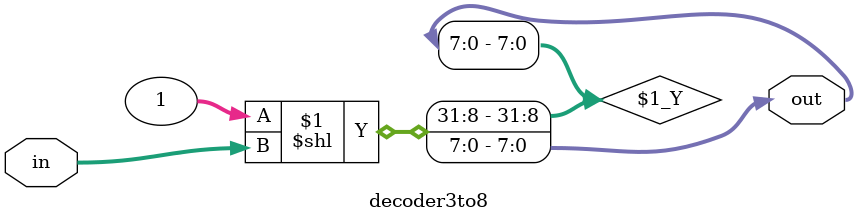
<source format=v>
module decoder3to8(
    input [2:0] in,
    output [7:0] out
);
    assign out = 1 << in;
endmodule

</source>
